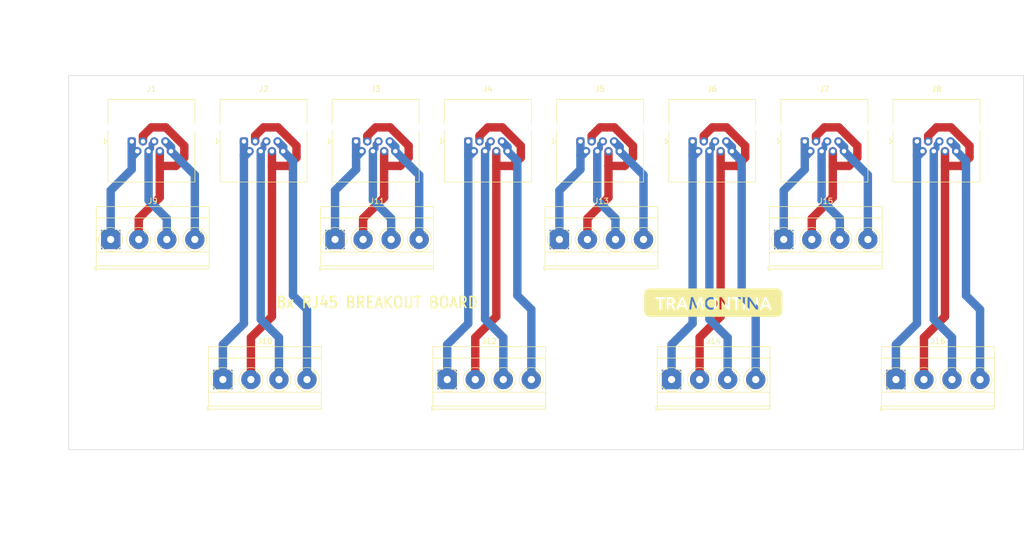
<source format=kicad_pcb>
(kicad_pcb (version 20240108) (generator "pcbnew") (generator_version "8.0")
  (title_block (title "ESP 6 Relay Module"))
  (layers (0 "F.Cu" signal) (31 "B.Cu" signal) (34 "B.Paste" user) (35 "F.Paste" user) (36 "B.SilkS" user "B.Silkscreen") (37 "F.SilkS" user "F.Silkscreen") (38 "B.Mask" user) (39 "F.Mask" user) (44 "Edge.Cuts" user))
  (net 0 "")
  (net 1 "Net-(J9-Pin_4)")
  (net 2 "Net-(J9-Pin_3)")
  (net 3 "Net-(J9-Pin_2)")
  (net 4 "Net-(J9-Pin_1)")
  (net 5 "Net-(J10-Pin_2)")
  (net 6 "Net-(J10-Pin_3)")
  (net 7 "Net-(J10-Pin_4)")
  (net 8 "Net-(J10-Pin_1)")
  (net 9 "Net-(J11-Pin_1)")
  (net 10 "Net-(J11-Pin_3)")
  (net 11 "Net-(J11-Pin_4)")
  (net 12 "Net-(J11-Pin_2)")
  (net 13 "Net-(J12-Pin_2)")
  (net 14 "Net-(J12-Pin_4)")
  (net 15 "Net-(J12-Pin_3)")
  (net 16 "Net-(J12-Pin_1)")
  (net 17 "Net-(J13-Pin_2)")
  (net 18 "Net-(J13-Pin_4)")
  (net 19 "Net-(J13-Pin_1)")
  (net 20 "Net-(J13-Pin_3)")
  (net 21 "Net-(J14-Pin_1)")
  (net 22 "Net-(J14-Pin_2)")
  (net 23 "Net-(J14-Pin_3)")
  (net 24 "Net-(J14-Pin_4)")
  (net 25 "Net-(J15-Pin_3)")
  (net 26 "Net-(J15-Pin_2)")
  (net 27 "Net-(J15-Pin_1)")
  (net 28 "Net-(J15-Pin_4)")
  (net 29 "Net-(J16-Pin_2)")
  (net 30 "Net-(J16-Pin_4)")
  (net 31 "Net-(J16-Pin_3)")
  (net 32 "Net-(J16-Pin_1)")
  (footprint "Tales:RJ45_Amphenol_RJHSE5080" (layer "F.Cu") (at 76.2 76.2)
    (property "Reference" "J1" (at 3.56 -9.5 0) (layer "F.SilkS"))
    (property "Value" "RJ45")
    (pad "" np_thru_hole circle (at -2.79 -2.54) (size 3.25 3.25) (drill 3.25) (layers "*.Cu" "*.Mask"))
    (pad "" np_thru_hole circle (at 9.91 -2.54) (size 3.25 3.25) (drill 3.25) (layers "*.Cu" "*.Mask"))
    (pad "1" thru_hole roundrect (at 0 0) (size 1.5 1.5) (drill 0.8) (layers "*.Cu" "*.Mask") (net 4 "Net-(J9-Pin_1)"))
    (pad "2" thru_hole circle (at 1.016 1.78) (size 1.5 1.5) (drill 0.8) (layers "*.Cu" "*.Mask") (net 4 "Net-(J9-Pin_1)"))
    (pad "3" thru_hole circle (at 2.032 0) (size 1.5 1.5) (drill 0.8) (layers "*.Cu" "*.Mask") (net 3 "Net-(J9-Pin_2)"))
    (pad "4" thru_hole circle (at 3.048 1.78) (size 1.5 1.5) (drill 0.8) (layers "*.Cu" "*.Mask") (net 2 "Net-(J9-Pin_3)"))
    (pad "5" thru_hole circle (at 4.064 0) (size 1.5 1.5) (drill 0.8) (layers "*.Cu" "*.Mask") (net 2 "Net-(J9-Pin_3)"))
    (pad "6" thru_hole circle (at 5.08 1.78) (size 1.5 1.5) (drill 0.8) (layers "*.Cu" "*.Mask") (net 3 "Net-(J9-Pin_2)"))
    (pad "7" thru_hole circle (at 6.096 0) (size 1.5 1.5) (drill 0.8) (layers "*.Cu" "*.Mask") (net 1 "Net-(J9-Pin_4)"))
    (pad "8" thru_hole circle (at 7.112 1.78) (size 1.5 1.5) (drill 0.8) (layers "*.Cu" "*.Mask") (net 1 "Net-(J9-Pin_4)"))
  )
  (footprint "Tales:RJ45_Amphenol_RJHSE5080" (layer "F.Cu") (at 116.84 76.2)
    (property "Reference" "J3" (at 3.56 -9.5 0) (layer "F.SilkS"))
    (property "Value" "RJ45")
    (pad "" np_thru_hole circle (at -2.79 -2.54) (size 3.25 3.25) (drill 3.25) (layers "*.Cu" "*.Mask"))
    (pad "" np_thru_hole circle (at 9.91 -2.54) (size 3.25 3.25) (drill 3.25) (layers "*.Cu" "*.Mask"))
    (pad "1" thru_hole roundrect (at 0 0) (size 1.5 1.5) (drill 0.8) (layers "*.Cu" "*.Mask") (net 9 "Net-(J11-Pin_1)"))
    (pad "2" thru_hole circle (at 1.016 1.78) (size 1.5 1.5) (drill 0.8) (layers "*.Cu" "*.Mask") (net 9 "Net-(J11-Pin_1)"))
    (pad "3" thru_hole circle (at 2.032 0) (size 1.5 1.5) (drill 0.8) (layers "*.Cu" "*.Mask") (net 12 "Net-(J11-Pin_2)"))
    (pad "4" thru_hole circle (at 3.048 1.78) (size 1.5 1.5) (drill 0.8) (layers "*.Cu" "*.Mask") (net 10 "Net-(J11-Pin_3)"))
    (pad "5" thru_hole circle (at 4.064 0) (size 1.5 1.5) (drill 0.8) (layers "*.Cu" "*.Mask") (net 10 "Net-(J11-Pin_3)"))
    (pad "6" thru_hole circle (at 5.08 1.78) (size 1.5 1.5) (drill 0.8) (layers "*.Cu" "*.Mask") (net 12 "Net-(J11-Pin_2)"))
    (pad "7" thru_hole circle (at 6.096 0) (size 1.5 1.5) (drill 0.8) (layers "*.Cu" "*.Mask") (net 11 "Net-(J11-Pin_4)"))
    (pad "8" thru_hole circle (at 7.112 1.78) (size 1.5 1.5) (drill 0.8) (layers "*.Cu" "*.Mask") (net 11 "Net-(J11-Pin_4)"))
  )
  (footprint "Tales:RJ45_Amphenol_RJHSE5080" (layer "F.Cu") (at 137.16 76.2)
    (property "Reference" "J4" (at 3.56 -9.5 0) (layer "F.SilkS"))
    (property "Value" "RJ45")
    (pad "" np_thru_hole circle (at -2.79 -2.54) (size 3.25 3.25) (drill 3.25) (layers "*.Cu" "*.Mask"))
    (pad "" np_thru_hole circle (at 9.91 -2.54) (size 3.25 3.25) (drill 3.25) (layers "*.Cu" "*.Mask"))
    (pad "1" thru_hole roundrect (at 0 0) (size 1.5 1.5) (drill 0.8) (layers "*.Cu" "*.Mask") (net 16 "Net-(J12-Pin_1)"))
    (pad "2" thru_hole circle (at 1.016 1.78) (size 1.5 1.5) (drill 0.8) (layers "*.Cu" "*.Mask") (net 16 "Net-(J12-Pin_1)"))
    (pad "3" thru_hole circle (at 2.032 0) (size 1.5 1.5) (drill 0.8) (layers "*.Cu" "*.Mask") (net 13 "Net-(J12-Pin_2)"))
    (pad "4" thru_hole circle (at 3.048 1.78) (size 1.5 1.5) (drill 0.8) (layers "*.Cu" "*.Mask") (net 15 "Net-(J12-Pin_3)"))
    (pad "5" thru_hole circle (at 4.064 0) (size 1.5 1.5) (drill 0.8) (layers "*.Cu" "*.Mask") (net 15 "Net-(J12-Pin_3)"))
    (pad "6" thru_hole circle (at 5.08 1.78) (size 1.5 1.5) (drill 0.8) (layers "*.Cu" "*.Mask") (net 13 "Net-(J12-Pin_2)"))
    (pad "7" thru_hole circle (at 6.096 0) (size 1.5 1.5) (drill 0.8) (layers "*.Cu" "*.Mask") (net 14 "Net-(J12-Pin_4)"))
    (pad "8" thru_hole circle (at 7.112 1.78) (size 1.5 1.5) (drill 0.8) (layers "*.Cu" "*.Mask") (net 14 "Net-(J12-Pin_4)"))
  )
  (footprint "Tales:RJ45_Amphenol_RJHSE5080" (layer "F.Cu") (at 157.48 76.2)
    (property "Reference" "J5" (at 3.56 -9.5 0) (layer "F.SilkS"))
    (property "Value" "RJ45")
    (pad "" np_thru_hole circle (at -2.79 -2.54) (size 3.25 3.25) (drill 3.25) (layers "*.Cu" "*.Mask"))
    (pad "" np_thru_hole circle (at 9.91 -2.54) (size 3.25 3.25) (drill 3.25) (layers "*.Cu" "*.Mask"))
    (pad "1" thru_hole roundrect (at 0 0) (size 1.5 1.5) (drill 0.8) (layers "*.Cu" "*.Mask") (net 19 "Net-(J13-Pin_1)"))
    (pad "2" thru_hole circle (at 1.016 1.78) (size 1.5 1.5) (drill 0.8) (layers "*.Cu" "*.Mask") (net 19 "Net-(J13-Pin_1)"))
    (pad "3" thru_hole circle (at 2.032 0) (size 1.5 1.5) (drill 0.8) (layers "*.Cu" "*.Mask") (net 17 "Net-(J13-Pin_2)"))
    (pad "4" thru_hole circle (at 3.048 1.78) (size 1.5 1.5) (drill 0.8) (layers "*.Cu" "*.Mask") (net 20 "Net-(J13-Pin_3)"))
    (pad "5" thru_hole circle (at 4.064 0) (size 1.5 1.5) (drill 0.8) (layers "*.Cu" "*.Mask") (net 20 "Net-(J13-Pin_3)"))
    (pad "6" thru_hole circle (at 5.08 1.78) (size 1.5 1.5) (drill 0.8) (layers "*.Cu" "*.Mask") (net 17 "Net-(J13-Pin_2)"))
    (pad "7" thru_hole circle (at 6.096 0) (size 1.5 1.5) (drill 0.8) (layers "*.Cu" "*.Mask") (net 18 "Net-(J13-Pin_4)"))
    (pad "8" thru_hole circle (at 7.112 1.78) (size 1.5 1.5) (drill 0.8) (layers "*.Cu" "*.Mask") (net 18 "Net-(J13-Pin_4)"))
  )
  (footprint "Tales:RJ45_Amphenol_RJHSE5080" (layer "F.Cu") (at 177.8 76.2)
    (property "Reference" "J6" (at 3.56 -9.5 0) (layer "F.SilkS"))
    (property "Value" "RJ45")
    (pad "" np_thru_hole circle (at -2.79 -2.54) (size 3.25 3.25) (drill 3.25) (layers "*.Cu" "*.Mask"))
    (pad "" np_thru_hole circle (at 9.91 -2.54) (size 3.25 3.25) (drill 3.25) (layers "*.Cu" "*.Mask"))
    (pad "1" thru_hole roundrect (at 0 0) (size 1.5 1.5) (drill 0.8) (layers "*.Cu" "*.Mask") (net 21 "Net-(J14-Pin_1)"))
    (pad "2" thru_hole circle (at 1.016 1.78) (size 1.5 1.5) (drill 0.8) (layers "*.Cu" "*.Mask") (net 21 "Net-(J14-Pin_1)"))
    (pad "3" thru_hole circle (at 2.032 0) (size 1.5 1.5) (drill 0.8) (layers "*.Cu" "*.Mask") (net 22 "Net-(J14-Pin_2)"))
    (pad "4" thru_hole circle (at 3.048 1.78) (size 1.5 1.5) (drill 0.8) (layers "*.Cu" "*.Mask") (net 23 "Net-(J14-Pin_3)"))
    (pad "5" thru_hole circle (at 4.064 0) (size 1.5 1.5) (drill 0.8) (layers "*.Cu" "*.Mask") (net 23 "Net-(J14-Pin_3)"))
    (pad "6" thru_hole circle (at 5.08 1.78) (size 1.5 1.5) (drill 0.8) (layers "*.Cu" "*.Mask") (net 22 "Net-(J14-Pin_2)"))
    (pad "7" thru_hole circle (at 6.096 0) (size 1.5 1.5) (drill 0.8) (layers "*.Cu" "*.Mask") (net 24 "Net-(J14-Pin_4)"))
    (pad "8" thru_hole circle (at 7.112 1.78) (size 1.5 1.5) (drill 0.8) (layers "*.Cu" "*.Mask") (net 24 "Net-(J14-Pin_4)"))
  )
  (footprint "Tales:RJ45_Amphenol_RJHSE5080" (layer "F.Cu") (at 198.12 76.2)
    (property "Reference" "J7" (at 3.56 -9.5 0) (layer "F.SilkS"))
    (property "Value" "RJ45")
    (pad "" np_thru_hole circle (at -2.79 -2.54) (size 3.25 3.25) (drill 3.25) (layers "*.Cu" "*.Mask"))
    (pad "" np_thru_hole circle (at 9.91 -2.54) (size 3.25 3.25) (drill 3.25) (layers "*.Cu" "*.Mask"))
    (pad "1" thru_hole roundrect (at 0 0) (size 1.5 1.5) (drill 0.8) (layers "*.Cu" "*.Mask") (net 27 "Net-(J15-Pin_1)"))
    (pad "2" thru_hole circle (at 1.016 1.78) (size 1.5 1.5) (drill 0.8) (layers "*.Cu" "*.Mask") (net 27 "Net-(J15-Pin_1)"))
    (pad "3" thru_hole circle (at 2.032 0) (size 1.5 1.5) (drill 0.8) (layers "*.Cu" "*.Mask") (net 26 "Net-(J15-Pin_2)"))
    (pad "4" thru_hole circle (at 3.048 1.78) (size 1.5 1.5) (drill 0.8) (layers "*.Cu" "*.Mask") (net 25 "Net-(J15-Pin_3)"))
    (pad "5" thru_hole circle (at 4.064 0) (size 1.5 1.5) (drill 0.8) (layers "*.Cu" "*.Mask") (net 25 "Net-(J15-Pin_3)"))
    (pad "6" thru_hole circle (at 5.08 1.78) (size 1.5 1.5) (drill 0.8) (layers "*.Cu" "*.Mask") (net 26 "Net-(J15-Pin_2)"))
    (pad "7" thru_hole circle (at 6.096 0) (size 1.5 1.5) (drill 0.8) (layers "*.Cu" "*.Mask") (net 28 "Net-(J15-Pin_4)"))
    (pad "8" thru_hole circle (at 7.112 1.78) (size 1.5 1.5) (drill 0.8) (layers "*.Cu" "*.Mask") (net 28 "Net-(J15-Pin_4)"))
  )
  (footprint "Tales:RJ45_Amphenol_RJHSE5080" (layer "F.Cu") (at 218.44 76.2)
    (property "Reference" "J8" (at 3.56 -9.5 0) (layer "F.SilkS"))
    (property "Value" "RJ45")
    (pad "" np_thru_hole circle (at -2.79 -2.54) (size 3.25 3.25) (drill 3.25) (layers "*.Cu" "*.Mask"))
    (pad "" np_thru_hole circle (at 9.91 -2.54) (size 3.25 3.25) (drill 3.25) (layers "*.Cu" "*.Mask"))
    (pad "1" thru_hole roundrect (at 0 0) (size 1.5 1.5) (drill 0.8) (layers "*.Cu" "*.Mask") (net 32 "Net-(J16-Pin_1)"))
    (pad "2" thru_hole circle (at 1.016 1.78) (size 1.5 1.5) (drill 0.8) (layers "*.Cu" "*.Mask") (net 32 "Net-(J16-Pin_1)"))
    (pad "3" thru_hole circle (at 2.032 0) (size 1.5 1.5) (drill 0.8) (layers "*.Cu" "*.Mask") (net 29 "Net-(J16-Pin_2)"))
    (pad "4" thru_hole circle (at 3.048 1.78) (size 1.5 1.5) (drill 0.8) (layers "*.Cu" "*.Mask") (net 31 "Net-(J16-Pin_3)"))
    (pad "5" thru_hole circle (at 4.064 0) (size 1.5 1.5) (drill 0.8) (layers "*.Cu" "*.Mask") (net 31 "Net-(J16-Pin_3)"))
    (pad "6" thru_hole circle (at 5.08 1.78) (size 1.5 1.5) (drill 0.8) (layers "*.Cu" "*.Mask") (net 29 "Net-(J16-Pin_2)"))
    (pad "7" thru_hole circle (at 6.096 0) (size 1.5 1.5) (drill 0.8) (layers "*.Cu" "*.Mask") (net 30 "Net-(J16-Pin_4)"))
    (pad "8" thru_hole circle (at 7.112 1.78) (size 1.5 1.5) (drill 0.8) (layers "*.Cu" "*.Mask") (net 30 "Net-(J16-Pin_4)"))
  )
  (footprint "Tales:TerminalBlock_Phoenix_MKDS-3-4-5.08_1x04_P5.08mm_Horizontal" (layer "F.Cu") (at 92.71 119.38)
    (property "Reference" "J10" (at 7.62 -6.96 0) (layer "F.SilkS"))
    (property "Value" "Screw_Terminal_01x04")
    (pad "1" thru_hole rect (at 0 0) (size 3.5 3.5) (drill 1.3) (layers "*.Cu" "*.Mask") (net 8 "Net-(J10-Pin_1)"))
    (pad "2" thru_hole circle (at 5.08 0) (size 3.5 3.5) (drill 1.3) (layers "*.Cu" "*.Mask") (net 5 "Net-(J10-Pin_2)"))
    (pad "3" thru_hole circle (at 10.16 0) (size 3.5 3.5) (drill 1.3) (layers "*.Cu" "*.Mask") (net 6 "Net-(J10-Pin_3)"))
    (pad "4" thru_hole circle (at 15.24 0) (size 3.5 3.5) (drill 1.3) (layers "*.Cu" "*.Mask") (net 7 "Net-(J10-Pin_4)"))
  )
  (footprint "Tales:TerminalBlock_Phoenix_MKDS-3-4-5.08_1x04_P5.08mm_Horizontal" (layer "F.Cu") (at 113.03 93.98)
    (property "Reference" "J11" (at 7.62 -6.96 0) (layer "F.SilkS"))
    (property "Value" "Screw_Terminal_01x04")
    (pad "1" thru_hole rect (at 0 0) (size 3.5 3.5) (drill 1.3) (layers "*.Cu" "*.Mask") (net 9 "Net-(J11-Pin_1)"))
    (pad "2" thru_hole circle (at 5.08 0) (size 3.5 3.5) (drill 1.3) (layers "*.Cu" "*.Mask") (net 12 "Net-(J11-Pin_2)"))
    (pad "3" thru_hole circle (at 10.16 0) (size 3.5 3.5) (drill 1.3) (layers "*.Cu" "*.Mask") (net 10 "Net-(J11-Pin_3)"))
    (pad "4" thru_hole circle (at 15.24 0) (size 3.5 3.5) (drill 1.3) (layers "*.Cu" "*.Mask") (net 11 "Net-(J11-Pin_4)"))
  )
  (footprint "Tales:TerminalBlock_Phoenix_MKDS-3-4-5.08_1x04_P5.08mm_Horizontal" (layer "F.Cu") (at 133.35 119.38)
    (property "Reference" "J12" (at 7.62 -6.96 0) (layer "F.SilkS"))
    (property "Value" "Screw_Terminal_01x04")
    (pad "1" thru_hole rect (at 0 0) (size 3.5 3.5) (drill 1.3) (layers "*.Cu" "*.Mask") (net 16 "Net-(J12-Pin_1)"))
    (pad "2" thru_hole circle (at 5.08 0) (size 3.5 3.5) (drill 1.3) (layers "*.Cu" "*.Mask") (net 13 "Net-(J12-Pin_2)"))
    (pad "3" thru_hole circle (at 10.16 0) (size 3.5 3.5) (drill 1.3) (layers "*.Cu" "*.Mask") (net 15 "Net-(J12-Pin_3)"))
    (pad "4" thru_hole circle (at 15.24 0) (size 3.5 3.5) (drill 1.3) (layers "*.Cu" "*.Mask") (net 14 "Net-(J12-Pin_4)"))
  )
  (footprint "Tales:TerminalBlock_Phoenix_MKDS-3-4-5.08_1x04_P5.08mm_Horizontal" (layer "F.Cu") (at 153.67 93.98)
    (property "Reference" "J13" (at 7.62 -6.96 0) (layer "F.SilkS"))
    (property "Value" "Screw_Terminal_01x04")
    (pad "1" thru_hole rect (at 0 0) (size 3.5 3.5) (drill 1.3) (layers "*.Cu" "*.Mask") (net 19 "Net-(J13-Pin_1)"))
    (pad "2" thru_hole circle (at 5.08 0) (size 3.5 3.5) (drill 1.3) (layers "*.Cu" "*.Mask") (net 17 "Net-(J13-Pin_2)"))
    (pad "3" thru_hole circle (at 10.16 0) (size 3.5 3.5) (drill 1.3) (layers "*.Cu" "*.Mask") (net 20 "Net-(J13-Pin_3)"))
    (pad "4" thru_hole circle (at 15.24 0) (size 3.5 3.5) (drill 1.3) (layers "*.Cu" "*.Mask") (net 18 "Net-(J13-Pin_4)"))
  )
  (footprint "Tales:TerminalBlock_Phoenix_MKDS-3-4-5.08_1x04_P5.08mm_Horizontal" (layer "F.Cu") (at 173.99 119.38)
    (property "Reference" "J14" (at 7.62 -6.96 0) (layer "F.SilkS"))
    (property "Value" "Screw_Terminal_01x04")
    (pad "1" thru_hole rect (at 0 0) (size 3.5 3.5) (drill 1.3) (layers "*.Cu" "*.Mask") (net 21 "Net-(J14-Pin_1)"))
    (pad "2" thru_hole circle (at 5.08 0) (size 3.5 3.5) (drill 1.3) (layers "*.Cu" "*.Mask") (net 22 "Net-(J14-Pin_2)"))
    (pad "3" thru_hole circle (at 10.16 0) (size 3.5 3.5) (drill 1.3) (layers "*.Cu" "*.Mask") (net 23 "Net-(J14-Pin_3)"))
    (pad "4" thru_hole circle (at 15.24 0) (size 3.5 3.5) (drill 1.3) (layers "*.Cu" "*.Mask") (net 24 "Net-(J14-Pin_4)"))
  )
  (footprint "Tales:TerminalBlock_Phoenix_MKDS-3-4-5.08_1x04_P5.08mm_Horizontal" (layer "F.Cu") (at 194.31 93.98)
    (property "Reference" "J15" (at 7.62 -6.96 0) (layer "F.SilkS"))
    (property "Value" "Screw_Terminal_01x04")
    (pad "1" thru_hole rect (at 0 0) (size 3.5 3.5) (drill 1.3) (layers "*.Cu" "*.Mask") (net 27 "Net-(J15-Pin_1)"))
    (pad "2" thru_hole circle (at 5.08 0) (size 3.5 3.5) (drill 1.3) (layers "*.Cu" "*.Mask") (net 26 "Net-(J15-Pin_2)"))
    (pad "3" thru_hole circle (at 10.16 0) (size 3.5 3.5) (drill 1.3) (layers "*.Cu" "*.Mask") (net 25 "Net-(J15-Pin_3)"))
    (pad "4" thru_hole circle (at 15.24 0) (size 3.5 3.5) (drill 1.3) (layers "*.Cu" "*.Mask") (net 28 "Net-(J15-Pin_4)"))
  )
  (footprint "Tales:TerminalBlock_Phoenix_MKDS-3-4-5.08_1x04_P5.08mm_Horizontal" (layer "F.Cu") (at 214.63 119.38)
    (property "Reference" "J16" (at 7.62 -6.96 0) (layer "F.SilkS"))
    (property "Value" "Screw_Terminal_01x04")
    (pad "1" thru_hole rect (at 0 0) (size 3.5 3.5) (drill 1.3) (layers "*.Cu" "*.Mask") (net 32 "Net-(J16-Pin_1)"))
    (pad "2" thru_hole circle (at 5.08 0) (size 3.5 3.5) (drill 1.3) (layers "*.Cu" "*.Mask") (net 29 "Net-(J16-Pin_2)"))
    (pad "3" thru_hole circle (at 10.16 0) (size 3.5 3.5) (drill 1.3) (layers "*.Cu" "*.Mask") (net 31 "Net-(J16-Pin_3)"))
    (pad "4" thru_hole circle (at 15.24 0) (size 3.5 3.5) (drill 1.3) (layers "*.Cu" "*.Mask") (net 30 "Net-(J16-Pin_4)"))
  )
  (footprint "Tales:RJ45_Amphenol_RJHSE5080" (layer "F.Cu") (at 96.52 76.2)
    (property "Reference" "J2" (at 3.56 -9.5 0) (layer "F.SilkS"))
    (property "Value" "RJ45")
    (pad "" np_thru_hole circle (at -2.79 -2.54) (size 3.25 3.25) (drill 3.25) (layers "*.Cu" "*.Mask"))
    (pad "" np_thru_hole circle (at 9.91 -2.54) (size 3.25 3.25) (drill 3.25) (layers "*.Cu" "*.Mask"))
    (pad "1" thru_hole roundrect (at 0 0) (size 1.5 1.5) (drill 0.8) (layers "*.Cu" "*.Mask") (net 8 "Net-(J10-Pin_1)"))
    (pad "2" thru_hole circle (at 1.016 1.78) (size 1.5 1.5) (drill 0.8) (layers "*.Cu" "*.Mask") (net 8 "Net-(J10-Pin_1)"))
    (pad "3" thru_hole circle (at 2.032 0) (size 1.5 1.5) (drill 0.8) (layers "*.Cu" "*.Mask") (net 5 "Net-(J10-Pin_2)"))
    (pad "4" thru_hole circle (at 3.048 1.78) (size 1.5 1.5) (drill 0.8) (layers "*.Cu" "*.Mask") (net 6 "Net-(J10-Pin_3)"))
    (pad "5" thru_hole circle (at 4.064 0) (size 1.5 1.5) (drill 0.8) (layers "*.Cu" "*.Mask") (net 6 "Net-(J10-Pin_3)"))
    (pad "6" thru_hole circle (at 5.08 1.78) (size 1.5 1.5) (drill 0.8) (layers "*.Cu" "*.Mask") (net 5 "Net-(J10-Pin_2)"))
    (pad "7" thru_hole circle (at 6.096 0) (size 1.5 1.5) (drill 0.8) (layers "*.Cu" "*.Mask") (net 7 "Net-(J10-Pin_4)"))
    (pad "8" thru_hole circle (at 7.112 1.78) (size 1.5 1.5) (drill 0.8) (layers "*.Cu" "*.Mask") (net 7 "Net-(J10-Pin_4)"))
  )
  (footprint "Tales:TerminalBlock_Phoenix_MKDS-3-4-5.08_1x04_P5.08mm_Horizontal" (layer "F.Cu") (at 72.39 93.98)
    (property "Reference" "J9" (at 7.62 -6.96 0) (layer "F.SilkS"))
    (property "Value" "Screw_Terminal_01x04")
    (pad "1" thru_hole rect (at 0 0) (size 3.5 3.5) (drill 1.3) (layers "*.Cu" "*.Mask") (net 4 "Net-(J9-Pin_1)"))
    (pad "2" thru_hole circle (at 5.08 0) (size 3.5 3.5) (drill 1.3) (layers "*.Cu" "*.Mask") (net 3 "Net-(J9-Pin_2)"))
    (pad "3" thru_hole circle (at 10.16 0) (size 3.5 3.5) (drill 1.3) (layers "*.Cu" "*.Mask") (net 2 "Net-(J9-Pin_3)"))
    (pad "4" thru_hole circle (at 15.24 0) (size 3.5 3.5) (drill 1.3) (layers "*.Cu" "*.Mask") (net 1 "Net-(J9-Pin_4)"))
  )
  (footprint "Tales:Logo_Tramontina_25mm" (layer "F.Cu") (at 181.61 105.41)
    (property "Reference" "REF**" (hide yes))
    (property "Value" "Logo_Tramontina_25mm" (hide yes))
  )
  (gr_line (start 64.77 132.08) (end 237.77 132.08) (stroke (width 0.1)) (layer "Edge.Cuts"))
  (gr_line (start 237.77 64.28) (end 64.77 64.28) (stroke (width 0.1)) (layer "Edge.Cuts"))
  (gr_line (start 64.77 64.28) (end 64.77 132.08) (stroke (width 0.1)) (layer "Edge.Cuts"))
  (gr_line (start 237.77 132.08) (end 237.77 64.28) (stroke (width 0.1)) (layer "Edge.Cuts"))
  (gr_text "8x RJ45 BREAKOUT BOARD" (at 120.65 105.41 0) (layer "F.SilkS") (effects (font (size 2 1.8) (thickness 0.3))))
  (segment (start 83.312 77.98) (end 83.312 77.216) (width 1.524) (layer "B.Cu") (net 1))
  (segment (start 83.312 77.216) (end 82.296 76.2) (width 1.524) (layer "B.Cu") (net 1))
  (segment (start 87.63 82.298) (end 87.63 93.98) (width 1.524) (layer "B.Cu") (net 1))
  (segment (start 83.312 77.98) (end 87.63 82.298) (width 1.524) (layer "B.Cu") (net 1))
  (segment (start 79.744001 76.719999) (end 80.264 76.2) (width 1.016) (layer "F.Cu") (net 2))
  (segment (start 79.248 77.98) (end 79.744001 77.483999) (width 1.016) (layer "F.Cu") (net 2))
  (segment (start 79.744001 77.483999) (end 79.744001 76.719999) (width 1.016) (layer "F.Cu") (net 2))
  (segment (start 79.744001 77.483999) (end 79.744001 76.719999) (width 1.016) (layer "B.Cu") (net 2))
  (segment (start 79.248 77.98) (end 79.744001 77.483999) (width 1.016) (layer "B.Cu") (net 2))
  (segment (start 79.744001 76.719999) (end 80.264 76.2) (width 1.016) (layer "B.Cu") (net 2))
  (segment (start 79.248 77.98) (end 79.248 86.868) (width 1.524) (layer "B.Cu") (net 2))
  (segment (start 79.248 86.868) (end 82.55 90.17) (width 1.524) (layer "B.Cu") (net 2))
  (segment (start 82.55 90.17) (end 82.55 93.98) (width 1.524) (layer "B.Cu") (net 2))
  (segment (start 78.232 76.2) (end 78.232 75.184) (width 1.524) (layer "F.Cu") (net 3))
  (segment (start 82.369682 73.66) (end 85.725 77.015318) (width 1.524) (layer "F.Cu") (net 3))
  (segment (start 84.201 80.645) (end 81.28 80.645) (width 1.524) (layer "F.Cu") (net 3))
  (segment (start 81.28 86.36) (end 81.28 80.645) (width 1.524) (layer "F.Cu") (net 3))
  (segment (start 77.47 93.98) (end 77.47 90.17) (width 1.524) (layer "F.Cu") (net 3))
  (segment (start 79.756 73.66) (end 82.369682 73.66) (width 1.524) (layer "F.Cu") (net 3))
  (segment (start 78.232 75.184) (end 79.756 73.66) (width 1.524) (layer "F.Cu") (net 3))
  (segment (start 85.725 79.121) (end 84.201 80.645) (width 1.524) (layer "F.Cu") (net 3))
  (segment (start 77.47 90.17) (end 81.28 86.36) (width 1.524) (layer "F.Cu") (net 3))
  (segment (start 85.725 77.015318) (end 85.725 79.121) (width 1.524) (layer "F.Cu") (net 3))
  (segment (start 81.28 80.645) (end 81.28 77.98) (width 1.524) (layer "F.Cu") (net 3))
  (segment (start 76.456 78.74) (end 76.2 78.74) (width 1.524) (layer "B.Cu") (net 4))
  (segment (start 76.2 78.74) (end 76.2 76.2) (width 1.524) (layer "B.Cu") (net 4))
  (segment (start 77.216 77.98) (end 76.456 78.74) (width 1.524) (layer "B.Cu") (net 4))
  (segment (start 72.39 85.09) (end 72.39 93.98) (width 1.524) (layer "B.Cu") (net 4))
  (segment (start 76.2 81.28) (end 72.39 85.09) (width 1.524) (layer "B.Cu") (net 4))
  (segment (start 76.2 81.28) (end 76.2 78.74) (width 1.524) (layer "B.Cu") (net 4))
  (segment (start 98.552 76.2) (end 98.552 75.184) (width 1.524) (layer "F.Cu") (net 5))
  (segment (start 98.552 75.184) (end 100.076 73.66) (width 1.524) (layer "F.Cu") (net 5))
  (segment (start 100.076 73.66) (end 102.689682 73.66) (width 1.524) (layer "F.Cu") (net 5))
  (segment (start 104.521 80.645) (end 101.6 80.645) (width 1.524) (layer "F.Cu") (net 5))
  (segment (start 102.689682 73.66) (end 106.045 77.015318) (width 1.524) (layer "F.Cu") (net 5))
  (segment (start 106.045 79.121) (end 104.521 80.645) (width 1.524) (layer "F.Cu") (net 5))
  (segment (start 106.045 77.015318) (end 106.045 79.121) (width 1.524) (layer "F.Cu") (net 5))
  (segment (start 101.6 107.95) (end 101.6 77.98) (width 1.524) (layer "F.Cu") (net 5))
  (segment (start 97.79 119.38) (end 97.79 111.76) (width 1.524) (layer "F.Cu") (net 5))
  (segment (start 97.79 111.76) (end 101.6 107.95) (width 1.524) (layer "F.Cu") (net 5))
  (segment (start 100.064001 76.719999) (end 100.584 76.2) (width 1.016) (layer "F.Cu") (net 6))
  (segment (start 99.568 77.98) (end 100.064001 77.483999) (width 1.016) (layer "F.Cu") (net 6))
  (segment (start 100.064001 77.483999) (end 100.064001 76.719999) (width 1.016) (layer "F.Cu") (net 6))
  (segment (start 102.87 111.76) (end 102.87 119.38) (width 1.524) (layer "B.Cu") (net 6))
  (segment (start 99.568 108.458) (end 102.87 111.76) (width 1.524) (layer "B.Cu") (net 6))
  (segment (start 100.064001 77.483999) (end 100.064001 76.719999) (width 1.016) (layer "B.Cu") (net 6))
  (segment (start 100.064001 76.719999) (end 100.584 76.2) (width 1.016) (layer "B.Cu") (net 6))
  (segment (start 99.568 108.458) (end 99.568 77.98) (width 1.524) (layer "B.Cu") (net 6))
  (segment (start 99.568 77.98) (end 100.064001 77.483999) (width 1.016) (layer "B.Cu") (net 6))
  (segment (start 107.95 119.38) (end 107.95 106.68) (width 1.524) (layer "B.Cu") (net 7))
  (segment (start 105.41 104.14) (end 105.41 79.758) (width 1.524) (layer "B.Cu") (net 7))
  (segment (start 103.632 77.98) (end 103.632 77.216) (width 1.524) (layer "B.Cu") (net 7))
  (segment (start 103.632 77.216) (end 102.616 76.2) (width 1.524) (layer "B.Cu") (net 7))
  (segment (start 105.41 79.758) (end 103.632 77.98) (width 1.524) (layer "B.Cu") (net 7))
  (segment (start 107.95 106.68) (end 105.41 104.14) (width 1.524) (layer "B.Cu") (net 7))
  (segment (start 96.52 109.22) (end 96.52 78.74) (width 1.524) (layer "B.Cu") (net 8))
  (segment (start 97.536 77.98) (end 96.776 78.74) (width 1.524) (layer "B.Cu") (net 8))
  (segment (start 92.71 119.38) (end 92.71 113.03) (width 1.524) (layer "B.Cu") (net 8))
  (segment (start 96.52 78.74) (end 96.52 76.2) (width 1.524) (layer "B.Cu") (net 8))
  (segment (start 92.71 113.03) (end 96.52 109.22) (width 1.524) (layer "B.Cu") (net 8))
  (segment (start 96.776 78.74) (end 96.52 78.74) (width 1.524) (layer "B.Cu") (net 8))
  (segment (start 116.84 81.28) (end 113.03 85.09) (width 1.524) (layer "B.Cu") (net 9))
  (segment (start 116.84 78.74) (end 116.84 76.2) (width 1.524) (layer "B.Cu") (net 9))
  (segment (start 113.03 85.09) (end 113.03 93.98) (width 1.524) (layer "B.Cu") (net 9))
  (segment (start 117.096 78.74) (end 116.84 78.74) (width 1.524) (layer "B.Cu") (net 9))
  (segment (start 116.84 81.28) (end 116.84 78.74) (width 1.524) (layer "B.Cu") (net 9))
  (segment (start 117.856 77.98) (end 117.096 78.74) (width 1.524) (layer "B.Cu") (net 9))
  (segment (start 120.384001 76.719999) (end 120.904 76.2) (width 1.016) (layer "F.Cu") (net 10))
  (segment (start 120.384001 77.483999) (end 120.384001 76.719999) (width 1.016) (layer "F.Cu") (net 10))
  (segment (start 119.888 77.98) (end 120.384001 77.483999) (width 1.016) (layer "F.Cu") (net 10))
  (segment (start 123.19 90.17) (end 123.19 93.98) (width 1.524) (layer "B.Cu") (net 10))
  (segment (start 119.888 86.868) (end 123.19 90.17) (width 1.524) (layer "B.Cu") (net 10))
  (segment (start 119.888 77.98) (end 119.888 86.868) (width 1.524) (layer "B.Cu") (net 10))
  (segment (start 120.384001 77.483999) (end 120.384001 76.719999) (width 1.016) (layer "B.Cu") (net 10))
  (segment (start 119.888 77.98) (end 120.384001 77.483999) (width 1.016) (layer "B.Cu") (net 10))
  (segment (start 120.384001 76.719999) (end 120.904 76.2) (width 1.016) (layer "B.Cu") (net 10))
  (segment (start 123.952 77.98) (end 128.27 82.298) (width 1.524) (layer "B.Cu") (net 11))
  (segment (start 128.27 82.298) (end 128.27 93.98) (width 1.524) (layer "B.Cu") (net 11))
  (segment (start 123.952 77.98) (end 123.952 77.216) (width 1.524) (layer "B.Cu") (net 11))
  (segment (start 123.952 77.216) (end 122.936 76.2) (width 1.524) (layer "B.Cu") (net 11))
  (segment (start 121.92 80.645) (end 121.92 77.98) (width 1.524) (layer "F.Cu") (net 12))
  (segment (start 121.92 86.36) (end 121.92 80.645) (width 1.524) (layer "F.Cu") (net 12))
  (segment (start 118.872 76.2) (end 118.872 75.184) (width 1.524) (layer "F.Cu") (net 12))
  (segment (start 118.872 75.184) (end 120.396 73.66) (width 1.524) (layer "F.Cu") (net 12))
  (segment (start 120.396 73.66) (end 123.009682 73.66) (width 1.524) (layer "F.Cu") (net 12))
  (segment (start 118.11 93.98) (end 118.11 90.17) (width 1.524) (layer "F.Cu") (net 12))
  (segment (start 118.11 90.17) (end 121.92 86.36) (width 1.524) (layer "F.Cu") (net 12))
  (segment (start 126.365 79.121) (end 124.841 80.645) (width 1.524) (layer "F.Cu") (net 12))
  (segment (start 126.365 77.015318) (end 126.365 79.121) (width 1.524) (layer "F.Cu") (net 12))
  (segment (start 123.009682 73.66) (end 126.365 77.015318) (width 1.524) (layer "F.Cu") (net 12))
  (segment (start 124.841 80.645) (end 121.92 80.645) (width 1.524) (layer "F.Cu") (net 12))
  (segment (start 138.43 119.38) (end 138.43 111.76) (width 1.524) (layer "F.Cu") (net 13))
  (segment (start 139.192 75.184) (end 140.716 73.66) (width 1.524) (layer "F.Cu") (net 13))
  (segment (start 138.43 111.76) (end 142.24 107.95) (width 1.524) (layer "F.Cu") (net 13))
  (segment (start 140.716 73.66) (end 143.329682 73.66) (width 1.524) (layer "F.Cu") (net 13))
  (segment (start 142.24 107.95) (end 142.24 77.98) (width 1.524) (layer "F.Cu") (net 13))
  (segment (start 139.192 76.2) (end 139.192 75.184) (width 1.524) (layer "F.Cu") (net 13))
  (segment (start 145.161 80.645) (end 142.24 80.645) (width 1.524) (layer "F.Cu") (net 13))
  (segment (start 143.329682 73.66) (end 146.685 77.015318) (width 1.524) (layer "F.Cu") (net 13))
  (segment (start 146.685 79.121) (end 145.161 80.645) (width 1.524) (layer "F.Cu") (net 13))
  (segment (start 146.685 77.015318) (end 146.685 79.121) (width 1.524) (layer "F.Cu") (net 13))
  (segment (start 146.05 79.758) (end 144.272 77.98) (width 1.524) (layer "B.Cu") (net 14))
  (segment (start 144.272 77.216) (end 143.256 76.2) (width 1.524) (layer "B.Cu") (net 14))
  (segment (start 148.59 119.38) (end 148.59 106.68) (width 1.524) (layer "B.Cu") (net 14))
  (segment (start 146.05 104.14) (end 146.05 79.758) (width 1.524) (layer "B.Cu") (net 14))
  (segment (start 148.59 106.68) (end 146.05 104.14) (width 1.524) (layer "B.Cu") (net 14))
  (segment (start 144.272 77.98) (end 144.272 77.216) (width 1.524) (layer "B.Cu") (net 14))
  (segment (start 140.208 77.98) (end 140.704001 77.483999) (width 1.016) (layer "F.Cu") (net 15))
  (segment (start 140.704001 76.719999) (end 141.224 76.2) (width 1.016) (layer "F.Cu") (net 15))
  (segment (start 140.704001 77.483999) (end 140.704001 76.719999) (width 1.016) (layer "F.Cu") (net 15))
  (segment (start 140.704001 77.483999) (end 140.704001 76.719999) (width 1.016) (layer "B.Cu") (net 15))
  (segment (start 140.208 77.98) (end 140.704001 77.483999) (width 1.016) (layer "B.Cu") (net 15))
  (segment (start 140.704001 76.719999) (end 141.224 76.2) (width 1.016) (layer "B.Cu") (net 15))
  (segment (start 143.51 111.76) (end 143.51 119.38) (width 1.524) (layer "B.Cu") (net 15))
  (segment (start 140.208 108.458) (end 143.51 111.76) (width 1.524) (layer "B.Cu") (net 15))
  (segment (start 140.208 108.458) (end 140.208 77.98) (width 1.524) (layer "B.Cu") (net 15))
  (segment (start 133.35 113.03) (end 137.16 109.22) (width 1.524) (layer "B.Cu") (net 16))
  (segment (start 133.35 119.38) (end 133.35 113.03) (width 1.524) (layer "B.Cu") (net 16))
  (segment (start 137.416 78.74) (end 137.16 78.74) (width 1.524) (layer "B.Cu") (net 16))
  (segment (start 137.16 109.22) (end 137.16 78.74) (width 1.524) (layer "B.Cu") (net 16))
  (segment (start 137.16 78.74) (end 137.16 76.2) (width 1.524) (layer "B.Cu") (net 16))
  (segment (start 138.176 77.98) (end 137.416 78.74) (width 1.524) (layer "B.Cu") (net 16))
  (segment (start 163.649682 73.66) (end 167.005 77.015318) (width 1.524) (layer "F.Cu") (net 17))
  (segment (start 167.005 77.015318) (end 167.005 79.121) (width 1.524) (layer "F.Cu") (net 17))
  (segment (start 167.005 79.121) (end 165.481 80.645) (width 1.524) (layer "F.Cu") (net 17))
  (segment (start 162.56 80.645) (end 162.56 77.98) (width 1.524) (layer "F.Cu") (net 17))
  (segment (start 158.75 90.17) (end 162.56 86.36) (width 1.524) (layer "F.Cu") (net 17))
  (segment (start 159.512 75.184) (end 161.036 73.66) (width 1.524) (layer "F.Cu") (net 17))
  (segment (start 159.512 76.2) (end 159.512 75.184) (width 1.524) (layer "F.Cu") (net 17))
  (segment (start 165.481 80.645) (end 162.56 80.645) (width 1.524) (layer "F.Cu") (net 17))
  (segment (start 158.75 93.98) (end 158.75 90.17) (width 1.524) (layer "F.Cu") (net 17))
  (segment (start 161.036 73.66) (end 163.649682 73.66) (width 1.524) (layer "F.Cu") (net 17))
  (segment (start 162.56 86.36) (end 162.56 80.645) (width 1.524) (layer "F.Cu") (net 17))
  (segment (start 164.592 77.98) (end 164.592 77.216) (width 1.524) (layer "B.Cu") (net 18))
  (segment (start 164.592 77.216) (end 163.576 76.2) (width 1.524) (layer "B.Cu") (net 18))
  (segment (start 164.592 77.98) (end 168.91 82.298) (width 1.524) (layer "B.Cu") (net 18))
  (segment (start 168.91 82.298) (end 168.91 93.98) (width 1.524) (layer "B.Cu") (net 18))
  (segment (start 153.67 85.09) (end 153.67 93.98) (width 1.524) (layer "B.Cu") (net 19))
  (segment (start 158.496 77.98) (end 157.736 78.74) (width 1.524) (layer "B.Cu") (net 19))
  (segment (start 157.48 78.74) (end 157.48 76.2) (width 1.524) (layer "B.Cu") (net 19))
  (segment (start 157.48 81.28) (end 157.48 78.74) (width 1.524) (layer "B.Cu") (net 19))
  (segment (start 157.736 78.74) (end 157.48 78.74) (width 1.524) (layer "B.Cu") (net 19))
  (segment (start 157.48 81.28) (end 153.67 85.09) (width 1.524) (layer "B.Cu") (net 19))
  (segment (start 161.024001 76.719999) (end 161.544 76.2) (width 1.016) (layer "F.Cu") (net 20))
  (segment (start 161.024001 77.483999) (end 161.024001 76.719999) (width 1.016) (layer "F.Cu") (net 20))
  (segment (start 160.528 77.98) (end 161.024001 77.483999) (width 1.016) (layer "F.Cu") (net 20))
  (segment (start 161.024001 77.483999) (end 161.024001 76.719999) (width 1.016) (layer "B.Cu") (net 20))
  (segment (start 160.528 77.98) (end 160.528 86.868) (width 1.524) (layer "B.Cu") (net 20))
  (segment (start 163.83 90.17) (end 163.83 93.98) (width 1.524) (layer "B.Cu") (net 20))
  (segment (start 160.528 86.868) (end 163.83 90.17) (width 1.524) (layer "B.Cu") (net 20))
  (segment (start 161.024001 76.719999) (end 161.544 76.2) (width 1.016) (layer "B.Cu") (net 20))
  (segment (start 160.528 77.98) (end 161.024001 77.483999) (width 1.016) (layer "B.Cu") (net 20))
  (segment (start 178.816 77.98) (end 178.056 78.74) (width 1.524) (layer "B.Cu") (net 21))
  (segment (start 173.99 113.03) (end 177.8 109.22) (width 1.524) (layer "B.Cu") (net 21))
  (segment (start 177.8 78.74) (end 177.8 76.2) (width 1.524) (layer "B.Cu") (net 21))
  (segment (start 178.056 78.74) (end 177.8 78.74) (width 1.524) (layer "B.Cu") (net 21))
  (segment (start 177.8 109.22) (end 177.8 78.74) (width 1.524) (layer "B.Cu") (net 21))
  (segment (start 173.99 119.38) (end 173.99 113.03) (width 1.524) (layer "B.Cu") (net 21))
  (segment (start 179.832 76.2) (end 179.832 75.184) (width 1.524) (layer "F.Cu") (net 22))
  (segment (start 182.88 107.95) (end 182.88 77.98) (width 1.524) (layer "F.Cu") (net 22))
  (segment (start 179.832 75.184) (end 181.356 73.66) (width 1.524) (layer "F.Cu") (net 22))
  (segment (start 181.356 73.66) (end 183.969682 73.66) (width 1.524) (layer "F.Cu") (net 22))
  (segment (start 183.969682 73.66) (end 187.325 77.015318) (width 1.524) (layer "F.Cu") (net 22))
  (segment (start 185.801 80.645) (end 182.88 80.645) (width 1.524) (layer "F.Cu") (net 22))
  (segment (start 187.325 77.015318) (end 187.325 79.121) (width 1.524) (layer "F.Cu") (net 22))
  (segment (start 187.325 79.121) (end 185.801 80.645) (width 1.524) (layer "F.Cu") (net 22))
  (segment (start 179.07 119.38) (end 179.07 111.76) (width 1.524) (layer "F.Cu") (net 22))
  (segment (start 179.07 111.76) (end 182.88 107.95) (width 1.524) (layer "F.Cu") (net 22))
  (segment (start 181.344001 77.483999) (end 181.344001 76.719999) (width 1.016) (layer "F.Cu") (net 23))
  (segment (start 181.344001 76.719999) (end 181.864 76.2) (width 1.016) (layer "F.Cu") (net 23))
  (segment (start 180.848 77.98) (end 181.344001 77.483999) (width 1.016) (layer "F.Cu") (net 23))
  (segment (start 180.848 108.458) (end 180.848 77.98) (width 1.524) (layer "B.Cu") (net 23))
  (segment (start 180.848 108.458) (end 184.15 111.76) (width 1.524) (layer "B.Cu") (net 23))
  (segment (start 181.344001 76.719999) (end 181.864 76.2) (width 1.016) (layer "B.Cu") (net 23))
  (segment (start 180.848 77.98) (end 181.344001 77.483999) (width 1.016) (layer "B.Cu") (net 23))
  (segment (start 181.344001 77.483999) (end 181.344001 76.719999) (width 1.016) (layer "B.Cu") (net 23))
  (segment (start 184.15 111.76) (end 184.15 119.38) (width 1.524) (layer "B.Cu") (net 23))
  (segment (start 184.912 77.98) (end 184.912 77.216) (width 1.524) (layer "B.Cu") (net 24))
  (segment (start 189.23 106.68) (end 186.69 104.14) (width 1.524) (layer "B.Cu") (net 24))
  (segment (start 186.69 104.14) (end 186.69 79.758) (width 1.524) (layer "B.Cu") (net 24))
  (segment (start 186.69 79.758) (end 184.912 77.98) (width 1.524) (layer "B.Cu") (net 24))
  (segment (start 184.912 77.216) (end 183.896 76.2) (width 1.524) (layer "B.Cu") (net 24))
  (segment (start 189.23 119.38) (end 189.23 106.68) (width 1.524) (layer "B.Cu") (net 24))
  (segment (start 201.664001 76.719999) (end 202.184 76.2) (width 1.016) (layer "F.Cu") (net 25))
  (segment (start 201.168 77.98) (end 201.664001 77.483999) (width 1.016) (layer "F.Cu") (net 25))
  (segment (start 201.664001 77.483999) (end 201.664001 76.719999) (width 1.016) (layer "F.Cu") (net 25))
  (segment (start 201.168 77.98) (end 201.168 86.868) (width 1.524) (layer "B.Cu") (net 25))
  (segment (start 201.168 77.98) (end 201.664001 77.483999) (width 1.016) (layer "B.Cu") (net 25))
  (segment (start 201.664001 76.719999) (end 202.184 76.2) (width 1.016) (layer "B.Cu") (net 25))
  (segment (start 201.664001 77.483999) (end 201.664001 76.719999) (width 1.016) (layer "B.Cu") (net 25))
  (segment (start 204.47 90.17) (end 204.47 93.98) (width 1.524) (layer "B.Cu") (net 25))
  (segment (start 201.168 86.868) (end 204.47 90.17) (width 1.524) (layer "B.Cu") (net 25))
  (segment (start 201.676 73.66) (end 204.289682 73.66) (width 1.524) (layer "F.Cu") (net 26))
  (segment (start 199.39 90.17) (end 203.2 86.36) (width 1.524) (layer "F.Cu") (net 26))
  (segment (start 204.289682 73.66) (end 207.645 77.015318) (width 1.524) (layer "F.Cu") (net 26))
  (segment (start 207.645 79.121) (end 206.121 80.645) (width 1.524) (layer "F.Cu") (net 26))
  (segment (start 203.2 80.645) (end 203.2 77.98) (width 1.524) (layer "F.Cu") (net 26))
  (segment (start 206.121 80.645) (end 203.2 80.645) (width 1.524) (layer "F.Cu") (net 26))
  (segment (start 203.2 86.36) (end 203.2 80.645) (width 1.524) (layer "F.Cu") (net 26))
  (segment (start 207.645 77.015318) (end 207.645 79.121) (width 1.524) (layer "F.Cu") (net 26))
  (segment (start 200.152 75.184) (end 201.676 73.66) (width 1.524) (layer "F.Cu") (net 26))
  (segment (start 200.152 76.2) (end 200.152 75.184) (width 1.524) (layer "F.Cu") (net 26))
  (segment (start 199.39 93.98) (end 199.39 90.17) (width 1.524) (layer "F.Cu") (net 26))
  (segment (start 194.31 85.09) (end 194.31 93.98) (width 1.524) (layer "B.Cu") (net 27))
  (segment (start 199.136 77.98) (end 198.376 78.74) (width 1.524) (layer "B.Cu") (net 27))
  (segment (start 198.12 78.74) (end 198.12 76.2) (width 1.524) (layer "B.Cu") (net 27))
  (segment (start 198.12 81.28) (end 198.12 78.74) (width 1.524) (layer "B.Cu") (net 27))
  (segment (start 198.12 81.28) (end 194.31 85.09) (width 1.524) (layer "B.Cu") (net 27))
  (segment (start 198.376 78.74) (end 198.12 78.74) (width 1.524) (layer "B.Cu") (net 27))
  (segment (start 205.232 77.98) (end 209.55 82.298) (width 1.524) (layer "B.Cu") (net 28))
  (segment (start 209.55 82.298) (end 209.55 93.98) (width 1.524) (layer "B.Cu") (net 28))
  (segment (start 205.232 77.216) (end 204.216 76.2) (width 1.524) (layer "B.Cu") (net 28))
  (segment (start 205.232 77.98) (end 205.232 77.216) (width 1.524) (layer "B.Cu") (net 28))
  (segment (start 220.472 75.184) (end 221.996 73.66) (width 1.524) (layer "F.Cu") (net 29))
  (segment (start 227.965 79.121) (end 226.441 80.645) (width 1.524) (layer "F.Cu") (net 29))
  (segment (start 226.441 80.645) (end 223.52 80.645) (width 1.524) (layer "F.Cu") (net 29))
  (segment (start 221.996 73.66) (end 224.609682 73.66) (width 1.524) (layer "F.Cu") (net 29))
  (segment (start 223.52 107.95) (end 223.52 77.98) (width 1.524) (layer "F.Cu") (net 29))
  (segment (start 220.472 76.2) (end 220.472 75.184) (width 1.524) (layer "F.Cu") (net 29))
  (segment (start 224.609682 73.66) (end 227.965 77.015318) (width 1.524) (layer "F.Cu") (net 29))
  (segment (start 219.71 111.76) (end 223.52 107.95) (width 1.524) (layer "F.Cu") (net 29))
  (segment (start 219.71 119.38) (end 219.71 111.76) (width 1.524) (layer "F.Cu") (net 29))
  (segment (start 227.965 77.015318) (end 227.965 79.121) (width 1.524) (layer "F.Cu") (net 29))
  (segment (start 225.552 77.216) (end 224.536 76.2) (width 1.524) (layer "B.Cu") (net 30))
  (segment (start 229.87 106.68) (end 227.33 104.14) (width 1.524) (layer "B.Cu") (net 30))
  (segment (start 227.33 104.14) (end 227.33 79.758) (width 1.524) (layer "B.Cu") (net 30))
  (segment (start 225.552 77.98) (end 225.552 77.216) (width 1.524) (layer "B.Cu") (net 30))
  (segment (start 229.87 119.38) (end 229.87 106.68) (width 1.524) (layer "B.Cu") (net 30))
  (segment (start 227.33 79.758) (end 225.552 77.98) (width 1.524) (layer "B.Cu") (net 30))
  (segment (start 221.984001 76.719999) (end 222.504 76.2) (width 1.016) (layer "F.Cu") (net 31))
  (segment (start 221.984001 77.483999) (end 221.984001 76.719999) (width 1.016) (layer "F.Cu") (net 31))
  (segment (start 221.488 77.98) (end 221.984001 77.483999) (width 1.016) (layer "F.Cu") (net 31))
  (segment (start 221.984001 77.483999) (end 221.984001 76.719999) (width 1.016) (layer "B.Cu") (net 31))
  (segment (start 221.488 108.458) (end 224.79 111.76) (width 1.524) (layer "B.Cu") (net 31))
  (segment (start 221.488 108.458) (end 221.488 77.98) (width 1.524) (layer "B.Cu") (net 31))
  (segment (start 221.488 77.98) (end 221.984001 77.483999) (width 1.016) (layer "B.Cu") (net 31))
  (segment (start 224.79 111.76) (end 224.79 119.38) (width 1.524) (layer "B.Cu") (net 31))
  (segment (start 221.984001 76.719999) (end 222.504 76.2) (width 1.016) (layer "B.Cu") (net 31))
  (segment (start 218.44 78.74) (end 218.44 76.2) (width 1.524) (layer "B.Cu") (net 32))
  (segment (start 218.696 78.74) (end 218.44 78.74) (width 1.524) (layer "B.Cu") (net 32))
  (segment (start 214.63 113.03) (end 218.44 109.22) (width 1.524) (layer "B.Cu") (net 32))
  (segment (start 219.456 77.98) (end 218.696 78.74) (width 1.524) (layer "B.Cu") (net 32))
  (segment (start 218.44 109.22) (end 218.44 78.74) (width 1.524) (layer "B.Cu") (net 32))
  (segment (start 214.63 119.38) (end 214.63 113.03) (width 1.524) (layer "B.Cu") (net 32))
)
</source>
